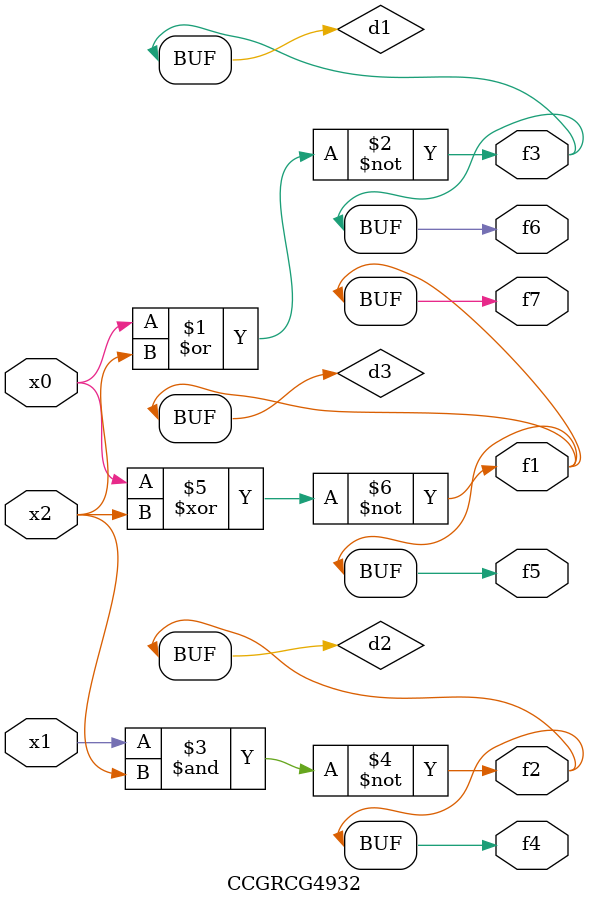
<source format=v>
module CCGRCG4932(
	input x0, x1, x2,
	output f1, f2, f3, f4, f5, f6, f7
);

	wire d1, d2, d3;

	nor (d1, x0, x2);
	nand (d2, x1, x2);
	xnor (d3, x0, x2);
	assign f1 = d3;
	assign f2 = d2;
	assign f3 = d1;
	assign f4 = d2;
	assign f5 = d3;
	assign f6 = d1;
	assign f7 = d3;
endmodule

</source>
